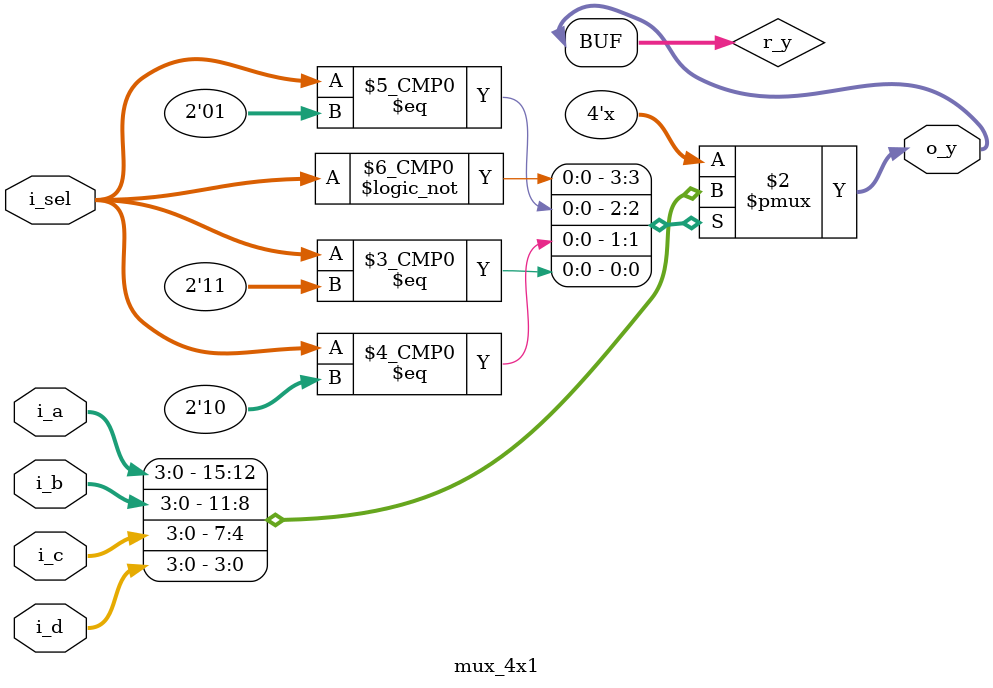
<source format=v>
`timescale 1ns / 1ps


module mux_4x1(
        input [3:0] i_a, i_b, i_c, i_d,
        input [1:0]i_sel,
        output [3:0] o_y
    );

    reg[3:0] r_y;
    assign o_y = r_y;

    always @(*) begin
        case (i_sel)
            2'b00 : r_y <= i_a;
            2'b01 : r_y <= i_b;
            2'b10 : r_y <= i_c;
            2'b11 : r_y <= i_d;
        endcase
    end
endmodule

</source>
